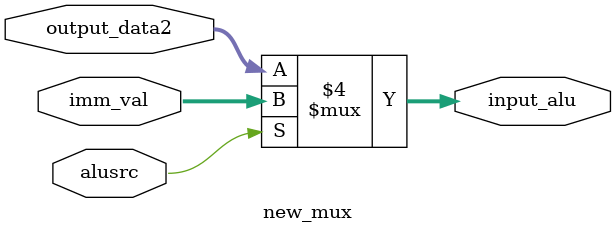
<source format=v>
`timescale 1ns / 1ps
module new_mux(
input alusrc,
input [31:0] output_data2,
input [31:0] imm_val,
output reg [31:0] input_alu
);

always @(*) begin
	if(alusrc == 1)
	input_alu = imm_val;
	else
	input_alu = output_data2;
end
endmodule

</source>
